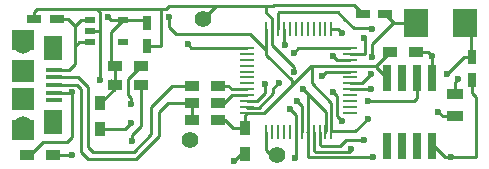
<source format=gbr>
G04 #@! TF.FileFunction,Copper,L1,Top,Signal*
%FSLAX46Y46*%
G04 Gerber Fmt 4.6, Leading zero omitted, Abs format (unit mm)*
G04 Created by KiCad (PCBNEW 4.0.2-stable) date 08.07.2016 15:13:44*
%MOMM*%
G01*
G04 APERTURE LIST*
%ADD10C,0.100000*%
%ADD11R,1.200000X0.750000*%
%ADD12R,0.750000X1.200000*%
%ADD13R,1.397000X0.889000*%
%ADD14R,1.200000X0.900000*%
%ADD15R,0.900000X1.200000*%
%ADD16R,1.350000X0.400000*%
%ADD17R,1.900000X1.800000*%
%ADD18R,1.600000X2.100000*%
%ADD19R,1.900000X1.900000*%
%ADD20C,1.500000*%
%ADD21R,0.900000X0.600000*%
%ADD22R,0.800000X2.200000*%
%ADD23R,1.300000X0.250000*%
%ADD24R,0.250000X1.300000*%
%ADD25R,2.000000X2.400000*%
%ADD26C,1.397000*%
%ADD27C,0.600000*%
%ADD28C,0.250000*%
G04 APERTURE END LIST*
D10*
D11*
X63243500Y-29972000D03*
X61343500Y-29972000D03*
D12*
X70612000Y-33657500D03*
X70612000Y-35557500D03*
D11*
X35430500Y-30416500D03*
X33530500Y-30416500D03*
D12*
X43116500Y-30800000D03*
X43116500Y-32700000D03*
D13*
X69151500Y-36766500D03*
X69151500Y-38671500D03*
D14*
X63670000Y-33210500D03*
X65870000Y-33210500D03*
D15*
X51371500Y-39667000D03*
X51371500Y-41867000D03*
D14*
X46906000Y-36068000D03*
X49106000Y-36068000D03*
X46906000Y-37528500D03*
X49106000Y-37528500D03*
X49106000Y-38989000D03*
X46906000Y-38989000D03*
X40365500Y-34417000D03*
X42565500Y-34417000D03*
D15*
X39116000Y-37571500D03*
X39116000Y-39771500D03*
D14*
X40365500Y-36004500D03*
X42565500Y-36004500D03*
X35136000Y-41910000D03*
X32936000Y-41910000D03*
D16*
X35250500Y-34704500D03*
X35250500Y-35354500D03*
X35250500Y-36004500D03*
X35250500Y-36654500D03*
X35250500Y-37304500D03*
D17*
X32575500Y-32204500D03*
X32575500Y-39804500D03*
D18*
X35125500Y-32904500D03*
D19*
X32575500Y-34804500D03*
X32575500Y-37204500D03*
D18*
X35125500Y-39104500D03*
D20*
X32575500Y-39404500D03*
X32575500Y-32604500D03*
D21*
X41087500Y-32382500D03*
X38287500Y-31432500D03*
X41087500Y-30482500D03*
X38287500Y-32382500D03*
X38287500Y-30482500D03*
D22*
X63436500Y-41160500D03*
X64706500Y-41160500D03*
X65976500Y-41160500D03*
X67246500Y-41160500D03*
X67246500Y-35420500D03*
X65976500Y-35420500D03*
X64706500Y-35420500D03*
X63436500Y-35420500D03*
D23*
X60293500Y-38373500D03*
X60293500Y-37873500D03*
X60293500Y-37373500D03*
X60293500Y-36873500D03*
X60293500Y-36373500D03*
X60293500Y-35873500D03*
X60293500Y-35373500D03*
X60293500Y-34873500D03*
X60293500Y-34373500D03*
X60293500Y-33873500D03*
X60293500Y-33373500D03*
X60293500Y-32873500D03*
D24*
X58693500Y-31273500D03*
X58193500Y-31273500D03*
X57693500Y-31273500D03*
X57193500Y-31273500D03*
X56693500Y-31273500D03*
X56193500Y-31273500D03*
X55693500Y-31273500D03*
X55193500Y-31273500D03*
X54693500Y-31273500D03*
X54193500Y-31273500D03*
X53693500Y-31273500D03*
X53193500Y-31273500D03*
D23*
X51593500Y-32873500D03*
X51593500Y-33373500D03*
X51593500Y-33873500D03*
X51593500Y-34373500D03*
X51593500Y-34873500D03*
X51593500Y-35373500D03*
X51593500Y-35873500D03*
X51593500Y-36373500D03*
X51593500Y-36873500D03*
X51593500Y-37373500D03*
X51593500Y-37873500D03*
X51593500Y-38373500D03*
D24*
X53193500Y-39973500D03*
X53693500Y-39973500D03*
X54193500Y-39973500D03*
X54693500Y-39973500D03*
X55193500Y-39973500D03*
X55693500Y-39973500D03*
X56193500Y-39973500D03*
X56693500Y-39973500D03*
X57193500Y-39973500D03*
X57693500Y-39973500D03*
X58193500Y-39973500D03*
X58693500Y-39973500D03*
D25*
X65895000Y-30797500D03*
X69995000Y-30797500D03*
D26*
X46736000Y-40640000D03*
X54102000Y-41973500D03*
X47815500Y-30416500D03*
D27*
X61785500Y-38862000D03*
X44958000Y-30289500D03*
X39814500Y-30226000D03*
X62166500Y-33655000D03*
X62039500Y-36385500D03*
X68453000Y-35115500D03*
X62039500Y-35115500D03*
X53086000Y-35941000D03*
X60325000Y-41402000D03*
X61468000Y-40640000D03*
X54737000Y-32639000D03*
X62166500Y-31242000D03*
X46545500Y-32575500D03*
X55562500Y-34925000D03*
X39116000Y-35560000D03*
X36766500Y-36639500D03*
X68834000Y-42100500D03*
X62230000Y-42100500D03*
X56324500Y-36385500D03*
X57912000Y-35242500D03*
X54229000Y-35814000D03*
X69405500Y-35496500D03*
X59626500Y-31623000D03*
X67754500Y-38290500D03*
X41783000Y-40767000D03*
X41719500Y-39243000D03*
X41719500Y-37655500D03*
X61468000Y-32067500D03*
X55499000Y-33274000D03*
X59563000Y-39052500D03*
X58864500Y-36639500D03*
X58864500Y-33591500D03*
X55816500Y-37401500D03*
X67246500Y-33591500D03*
X50419000Y-42481500D03*
X55626000Y-42164000D03*
X61785500Y-37338000D03*
X55181500Y-38036500D03*
X36766500Y-41910000D03*
D28*
X58679502Y-39937500D02*
X60710000Y-39937500D01*
X61785500Y-38862000D02*
X60710000Y-39937500D01*
X44958000Y-31115000D02*
X44958000Y-30289500D01*
X53193500Y-33064000D02*
X51816000Y-31686500D01*
X45529500Y-31686500D02*
X51816000Y-31686500D01*
X44958000Y-31115000D02*
X45529500Y-31686500D01*
X41087500Y-30482500D02*
X40071000Y-30482500D01*
X40071000Y-30482500D02*
X39814500Y-30226000D01*
X58679502Y-39937500D02*
X58693500Y-39973500D01*
X40365500Y-36004500D02*
X40365500Y-34417000D01*
X40365500Y-34417000D02*
X40005000Y-34056500D01*
X40005000Y-34056500D02*
X40005000Y-31565000D01*
X40005000Y-31565000D02*
X41087500Y-30482500D01*
X40365500Y-36004500D02*
X40365500Y-36322000D01*
X40365500Y-36322000D02*
X39116000Y-37571500D01*
X49106000Y-38989000D02*
X49657000Y-38989000D01*
X49657000Y-38989000D02*
X50335000Y-39667000D01*
X50335000Y-39667000D02*
X51371500Y-39667000D01*
X51371500Y-39667000D02*
X51371500Y-38595500D01*
X51371500Y-38595500D02*
X51593500Y-38373500D01*
X62507000Y-34373500D02*
X62507000Y-34491000D01*
X62507000Y-34491000D02*
X63436500Y-35420500D01*
X60293500Y-34373500D02*
X62507000Y-34373500D01*
X62507000Y-34373500D02*
X63670000Y-33210500D01*
X55372000Y-36004500D02*
X55372000Y-35623500D01*
X53193500Y-33445000D02*
X53193500Y-33064000D01*
X55372000Y-35623500D02*
X53193500Y-33445000D01*
X53193500Y-33064000D02*
X53193500Y-31273500D01*
X57023000Y-34373500D02*
X57023000Y-35877500D01*
X58693500Y-37548000D02*
X58693500Y-39973500D01*
X57023000Y-35877500D02*
X58693500Y-37548000D01*
X51593500Y-38373500D02*
X53003000Y-38373500D01*
X57003000Y-34373500D02*
X57023000Y-34373500D01*
X57023000Y-34373500D02*
X60293500Y-34373500D01*
X53003000Y-38373500D02*
X55372000Y-36004500D01*
X55372000Y-36004500D02*
X57003000Y-34373500D01*
X40068500Y-35623500D02*
X40068500Y-35877500D01*
X41087500Y-30482500D02*
X41973500Y-30482500D01*
X41973500Y-30482500D02*
X42799000Y-30482500D01*
X42799000Y-30482500D02*
X43116500Y-30800000D01*
X35430500Y-30416500D02*
X36385500Y-30416500D01*
X36385500Y-30416500D02*
X36957000Y-30988000D01*
X38287500Y-32382500D02*
X37340500Y-32382500D01*
X37340500Y-32382500D02*
X36957000Y-32766000D01*
X35250500Y-34704500D02*
X36479000Y-34704500D01*
X37462500Y-30482500D02*
X38287500Y-30482500D01*
X36957000Y-30988000D02*
X37462500Y-30482500D01*
X36957000Y-34226500D02*
X36957000Y-32766000D01*
X36957000Y-32766000D02*
X36957000Y-30988000D01*
X36479000Y-34704500D02*
X36957000Y-34226500D01*
X64008000Y-30797500D02*
X64008000Y-30736500D01*
X64008000Y-30736500D02*
X63243500Y-29972000D01*
X60293500Y-36373500D02*
X62027500Y-36373500D01*
X63944500Y-30797500D02*
X64008000Y-30797500D01*
X64008000Y-30797500D02*
X65895000Y-30797500D01*
X62166500Y-32575500D02*
X63944500Y-30797500D01*
X62166500Y-33655000D02*
X62166500Y-32575500D01*
X62027500Y-36373500D02*
X62039500Y-36385500D01*
X60293500Y-35873500D02*
X61281500Y-35873500D01*
X69911000Y-33657500D02*
X70612000Y-33657500D01*
X68453000Y-35115500D02*
X69911000Y-33657500D01*
X61281500Y-35873500D02*
X62039500Y-35115500D01*
X70612000Y-33657500D02*
X70548500Y-33594000D01*
X70548500Y-33594000D02*
X70548500Y-31351000D01*
X70548500Y-31351000D02*
X69995000Y-30797500D01*
X49106000Y-37528500D02*
X49593500Y-37528500D01*
X49593500Y-37528500D02*
X50248500Y-36873500D01*
X50248500Y-36873500D02*
X51593500Y-36873500D01*
X49106000Y-36068000D02*
X49974500Y-36068000D01*
X50280000Y-36373500D02*
X51593500Y-36373500D01*
X49974500Y-36068000D02*
X50280000Y-36373500D01*
X51593500Y-37373500D02*
X52415500Y-37373500D01*
X53086000Y-36703000D02*
X53086000Y-35941000D01*
X52415500Y-37373500D02*
X53086000Y-36703000D01*
X53530500Y-41910000D02*
X53530500Y-41846500D01*
X53530500Y-41846500D02*
X53193500Y-41509500D01*
X53193500Y-41509500D02*
X53193500Y-39973500D01*
X57193500Y-39973500D02*
X57193500Y-41509000D01*
X60325000Y-41523498D02*
X60325000Y-41402000D01*
X60198000Y-41650498D02*
X60325000Y-41523498D01*
X57334998Y-41650498D02*
X60198000Y-41650498D01*
X57193500Y-41509000D02*
X57334998Y-41650498D01*
X57693500Y-39973500D02*
X57693500Y-40993000D01*
X59944000Y-40640000D02*
X61468000Y-40640000D01*
X59436000Y-41148000D02*
X59944000Y-40640000D01*
X57848500Y-41148000D02*
X59436000Y-41148000D01*
X57693500Y-40993000D02*
X57848500Y-41148000D01*
X54693500Y-32595500D02*
X54693500Y-31273500D01*
X54737000Y-32639000D02*
X54693500Y-32595500D01*
X59785250Y-30384750D02*
X59245500Y-29845000D01*
X54292500Y-29845000D02*
X54193500Y-29944000D01*
X59245500Y-29845000D02*
X54292500Y-29845000D01*
X54193500Y-29944000D02*
X54193500Y-31273500D01*
X54229000Y-29908500D02*
X54193500Y-29944000D01*
X60579000Y-31178500D02*
X59785250Y-30384750D01*
X59785250Y-30384750D02*
X59753500Y-30353000D01*
X62103000Y-31178500D02*
X60579000Y-31178500D01*
X62166500Y-31242000D02*
X62103000Y-31178500D01*
X46843500Y-32873500D02*
X51593500Y-32873500D01*
X46545500Y-32575500D02*
X46843500Y-32873500D01*
X49149000Y-29337000D02*
X48895000Y-29337000D01*
X48895000Y-29337000D02*
X47815500Y-30416500D01*
X53693500Y-32611500D02*
X55562500Y-34480500D01*
X53693500Y-31273500D02*
X53693500Y-32611500D01*
X55562500Y-34480500D02*
X55562500Y-34925000D01*
X53693500Y-31273500D02*
X53693500Y-30389000D01*
X53149500Y-29845000D02*
X53149500Y-29337000D01*
X53693500Y-30389000D02*
X53149500Y-29845000D01*
X44259500Y-29591000D02*
X44704000Y-29591000D01*
X44704000Y-29591000D02*
X44958000Y-29337000D01*
X44958000Y-29337000D02*
X49149000Y-29337000D01*
X49149000Y-29337000D02*
X53149500Y-29337000D01*
X60645000Y-29273500D02*
X61343500Y-29972000D01*
X53149500Y-29337000D02*
X53784500Y-29337000D01*
X53784500Y-29337000D02*
X53848000Y-29273500D01*
X53848000Y-29273500D02*
X60645000Y-29273500D01*
X32936000Y-41910000D02*
X33210500Y-41910000D01*
X33210500Y-41910000D02*
X34290000Y-40830500D01*
X34290000Y-40830500D02*
X36322000Y-40830500D01*
X36322000Y-40830500D02*
X36766500Y-40386000D01*
X36766500Y-40386000D02*
X36766500Y-36639500D01*
X36512500Y-36654500D02*
X36751500Y-36654500D01*
X35250500Y-36654500D02*
X36512500Y-36654500D01*
X39116000Y-35560000D02*
X39116000Y-31432500D01*
X36751500Y-36654500D02*
X36766500Y-36639500D01*
X56693500Y-39973500D02*
X56693500Y-42088500D01*
X56705500Y-42100500D02*
X56693500Y-42088500D01*
X62230000Y-42100500D02*
X56705500Y-42100500D01*
X67246500Y-41160500D02*
X67246500Y-40195500D01*
X56643502Y-39973500D02*
X56693500Y-39973500D01*
X67246500Y-41160500D02*
X67386000Y-41160500D01*
X67386000Y-41160500D02*
X68326000Y-42100500D01*
X68326000Y-42100500D02*
X68834000Y-42100500D01*
X68834000Y-42100500D02*
X70929500Y-42100500D01*
X70612000Y-36703000D02*
X70612000Y-35557500D01*
X70929500Y-37020500D02*
X70612000Y-36703000D01*
X70929500Y-42100500D02*
X70929500Y-38671500D01*
X70929500Y-38671500D02*
X70929500Y-37020500D01*
X43116500Y-32700000D02*
X44257000Y-32700000D01*
X44259500Y-32697500D02*
X44259500Y-29591000D01*
X44257000Y-32700000D02*
X44259500Y-32697500D01*
X56324500Y-36385500D02*
X58229500Y-38290500D01*
X58229500Y-38290500D02*
X58229500Y-39937500D01*
X58229500Y-39937500D02*
X58193500Y-39973500D01*
X56693500Y-36754500D02*
X56693500Y-39973500D01*
X56324500Y-36385500D02*
X56693500Y-36754500D01*
X58281000Y-34873500D02*
X60293500Y-34873500D01*
X57912000Y-35242500D02*
X58281000Y-34873500D01*
X52564002Y-37923498D02*
X51593500Y-37923498D01*
X53784500Y-36703000D02*
X52564002Y-37923498D01*
X53784500Y-36258500D02*
X53784500Y-36703000D01*
X54229000Y-35814000D02*
X53784500Y-36258500D01*
X51593500Y-37923498D02*
X51593500Y-37873500D01*
X44259500Y-29591000D02*
X38862000Y-29591000D01*
X33530500Y-30416500D02*
X33530500Y-29842500D01*
X39116000Y-29845000D02*
X39116000Y-31432500D01*
X38862000Y-29591000D02*
X39116000Y-29845000D01*
X33782000Y-29591000D02*
X38862000Y-29591000D01*
X33530500Y-29842500D02*
X33782000Y-29591000D01*
X38925500Y-31432500D02*
X39116000Y-31432500D01*
X38925500Y-31432500D02*
X38287500Y-31432500D01*
X69151500Y-36766500D02*
X69151500Y-35750500D01*
X69151500Y-35750500D02*
X69405500Y-35496500D01*
X59277000Y-31273500D02*
X58693500Y-31273500D01*
X59626500Y-31623000D02*
X59277000Y-31273500D01*
X68135500Y-38671500D02*
X69151500Y-38671500D01*
X67754500Y-38290500D02*
X68135500Y-38671500D01*
X41783000Y-40767000D02*
X41783000Y-40259000D01*
X42565500Y-39476500D02*
X42565500Y-36004500D01*
X41783000Y-40259000D02*
X42565500Y-39476500D01*
X41783000Y-40767000D02*
X41846500Y-40767000D01*
X39116000Y-39771500D02*
X41191000Y-39771500D01*
X41191000Y-39771500D02*
X41719500Y-39243000D01*
X41719500Y-37655500D02*
X41719500Y-37147500D01*
X41465500Y-35517000D02*
X42565500Y-34417000D01*
X41465500Y-36893500D02*
X41465500Y-35517000D01*
X41719500Y-37147500D02*
X41465500Y-36893500D01*
X61509002Y-33423498D02*
X60343498Y-33423498D01*
X61531500Y-33401000D02*
X61509002Y-33423498D01*
X61531500Y-32131000D02*
X61531500Y-33401000D01*
X61468000Y-32067500D02*
X61531500Y-32131000D01*
X60343498Y-33423498D02*
X60293500Y-33373500D01*
X60293500Y-32873500D02*
X55899500Y-32873500D01*
X55899500Y-32873500D02*
X55499000Y-33274000D01*
X60293500Y-33873500D02*
X59146500Y-33873500D01*
X59182000Y-38671500D02*
X59563000Y-39052500D01*
X59182000Y-36957000D02*
X59182000Y-38671500D01*
X58864500Y-36639500D02*
X59182000Y-36957000D01*
X59146500Y-33873500D02*
X58864500Y-33591500D01*
X56193500Y-39973500D02*
X56193500Y-37778500D01*
X55816500Y-37401500D02*
X56193500Y-37778500D01*
X67246500Y-33591500D02*
X67246500Y-33655000D01*
X65870000Y-33210500D02*
X66865500Y-33210500D01*
X67246500Y-33591500D02*
X67246500Y-33655000D01*
X67246500Y-33655000D02*
X67246500Y-35420500D01*
X66865500Y-33210500D02*
X67246500Y-33591500D01*
X38131750Y-42259250D02*
X42195750Y-42259250D01*
X44894500Y-37528500D02*
X46906000Y-37528500D01*
X44132500Y-38290500D02*
X44894500Y-37528500D01*
X44132500Y-40322500D02*
X44132500Y-38290500D01*
X42195750Y-42259250D02*
X44132500Y-40322500D01*
X35250500Y-36004500D02*
X37147500Y-36004500D01*
X37528500Y-41656000D02*
X38131750Y-42259250D01*
X38131750Y-42259250D02*
X38163500Y-42291000D01*
X37528500Y-36385500D02*
X37528500Y-41656000D01*
X37147500Y-36004500D02*
X37528500Y-36385500D01*
X46906000Y-37528500D02*
X46906000Y-38989000D01*
X38481000Y-41656000D02*
X41973500Y-41656000D01*
X37259500Y-35354500D02*
X38100000Y-36195000D01*
X38100000Y-36195000D02*
X38100000Y-41275000D01*
X38100000Y-41275000D02*
X38481000Y-41656000D01*
X35250500Y-35354500D02*
X37259500Y-35354500D01*
X45212000Y-36068000D02*
X46906000Y-36068000D01*
X43434000Y-37846000D02*
X45212000Y-36068000D01*
X43434000Y-40195500D02*
X43434000Y-37846000D01*
X41973500Y-41656000D02*
X43434000Y-40195500D01*
X51033500Y-41867000D02*
X50419000Y-42481500D01*
X55693500Y-42096500D02*
X55693500Y-39973500D01*
X55626000Y-42164000D02*
X55693500Y-42096500D01*
X51371500Y-41867000D02*
X51033500Y-41867000D01*
X61785500Y-37338000D02*
X65722500Y-37338000D01*
X65722500Y-37338000D02*
X65976500Y-37084000D01*
X65976500Y-37084000D02*
X65976500Y-35420500D01*
X55693500Y-39973500D02*
X55693500Y-38548500D01*
X55693500Y-38548500D02*
X55181500Y-38036500D01*
X35136000Y-41910000D02*
X36766500Y-41910000D01*
M02*

</source>
